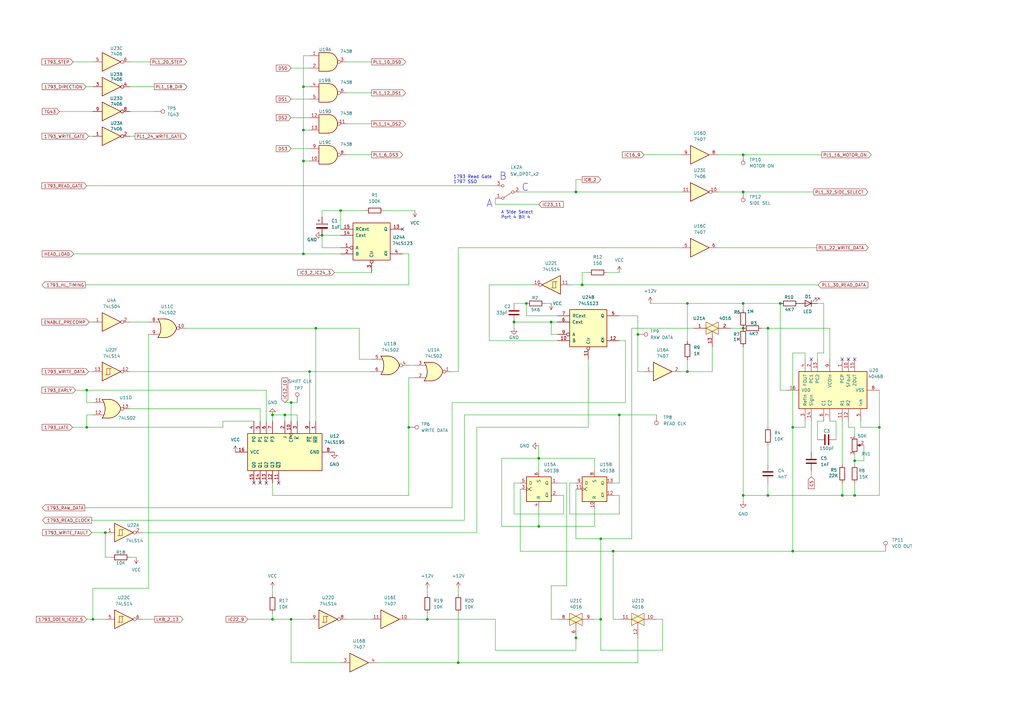
<source format=kicad_sch>
(kicad_sch (version 20211123) (generator eeschema)
  (paper "A3")
  (title_block (title "80 Bus FDC Controller") (date "2023-04-03") (rev "1.3.0"))
  (junction (at 167.64 175.26))
  (junction (at 246.38 220.98))
  (junction (at 325.12 226.06))
  (junction (at 350.52 188.976))
  (junction (at 236.22 261.62))
  (junction (at 304.8 63.5))
  (junction (at 304.8 124.46))
  (junction (at 119.38 165.1))
  (junction (at 325.12 175.26))
  (junction (at 139.7 86.36))
  (junction (at 220.98 187.96))
  (junction (at 124.46 66.04))
  (junction (at 304.8 134.62))
  (junction (at 38.1 254))
  (junction (at 43.18 218.44))
  (junction (at 35.56 175.26))
  (junction (at 111.76 170.18))
  (junction (at 127 152.4))
  (junction (at 350.52 203.2))
  (junction (at 246.38 254))
  (junction (at 124.46 35.56))
  (junction (at 360.68 175.26))
  (junction (at 116.84 170.18))
  (junction (at 210.82 132.08))
  (junction (at 124.46 104.14))
  (junction (at 187.96 271.78))
  (junction (at 304.8 203.2))
  (junction (at 251.46 226.06))
  (junction (at 119.38 254))
  (junction (at 175.26 254))
  (junction (at 220.98 215.9))
  (junction (at 129.54 134.62))
  (junction (at 314.96 134.62))
  (junction (at 238.76 116.84))
  (junction (at 35.56 160.02))
  (junction (at 304.8 78.74))
  (junction (at 132.08 96.52))
  (junction (at 314.96 203.2))
  (junction (at 236.22 78.74))
  (junction (at 254 170.18))
  (junction (at 345.44 203.2))
  (junction (at 111.76 254))
  (junction (at 261.62 137.16))
  (junction (at 320.04 124.46))
  (junction (at 215.9 124.46))
  (junction (at 281.94 152.4))
  (junction (at 226.06 132.08))
  (junction (at 281.94 124.46))
  (junction (at 124.46 53.34))
  (no_connect (at 165.1 93.98))
  (no_connect (at 332.74 147.32))
  (no_connect (at 350.52 147.32))
  (no_connect (at 347.98 147.32))
  (no_connect (at 345.44 147.32))
  (no_connect (at 114.3 198.12))
  (no_connect (at 104.14 198.12))
  (no_connect (at 106.68 198.12))
  (no_connect (at 109.22 198.12))
  (wire (pts (xy 53.34 45.72) (xy 63.5 45.72)))
  (wire (pts (xy 132.08 96.52) (xy 139.7 96.52)))
  (wire (pts (xy 124.46 35.56) (xy 127 35.56)))
  (wire (pts (xy 304.8 63.5) (xy 337.058 63.5)))
  (wire (pts (xy 213.36 226.06) (xy 251.46 226.06)))
  (wire (pts (xy 350.52 175.26) (xy 350.52 178.816)))
  (wire (pts (xy 254 203.2) (xy 251.46 203.2)))
  (wire (pts (xy 29.718 175.26) (xy 35.56 175.26)))
  (wire (pts (xy 111.76 241.3) (xy 111.76 243.84)))
  (wire (pts (xy 246.38 254) (xy 246.38 266.7)))
  (wire (pts (xy 165.1 104.14) (xy 167.64 104.14)))
  (wire (pts (xy 175.26 254) (xy 167.64 254)))
  (wire (pts (xy 238.76 116.84) (xy 335.534 116.84)))
  (wire (pts (xy 304.8 203.2) (xy 314.96 203.2)))
  (wire (pts (xy 187.96 241.3) (xy 187.96 243.84)))
  (wire (pts (xy 238.76 111.76) (xy 238.76 116.84)))
  (wire (pts (xy 210.82 132.08) (xy 210.82 134.62)))
  (wire (pts (xy 281.94 124.46) (xy 281.94 139.954)))
  (wire (pts (xy 350.52 188.976) (xy 354.33 188.976)))
  (wire (pts (xy 215.9 129.54) (xy 228.6 129.54)))
  (wire (pts (xy 187.96 251.46) (xy 187.96 271.78)))
  (wire (pts (xy 132.08 86.36) (xy 139.7 86.36)))
  (wire (pts (xy 35.56 170.18) (xy 38.1 170.18)))
  (wire (pts (xy 350.52 186.436) (xy 350.52 188.976)))
  (wire (pts (xy 284.48 134.62) (xy 259.08 134.62)))
  (wire (pts (xy 35.052 116.84) (xy 167.64 116.84)))
  (wire (pts (xy 119.38 48.26) (xy 127 48.26)))
  (wire (pts (xy 228.6 137.16) (xy 226.06 137.16)))
  (wire (pts (xy 304.8 142.24) (xy 304.8 203.2)))
  (wire (pts (xy 142.24 50.8) (xy 152.4 50.8)))
  (wire (pts (xy 137.16 111.76) (xy 152.4 111.76)))
  (wire (pts (xy 139.7 86.36) (xy 149.86 86.36)))
  (wire (pts (xy 360.68 203.2) (xy 360.68 175.26)))
  (wire (pts (xy 76.2 134.62) (xy 129.54 134.62)))
  (wire (pts (xy 279.4 152.4) (xy 281.94 152.4)))
  (wire (pts (xy 43.18 228.6) (xy 43.18 218.44)))
  (wire (pts (xy 210.82 124.46) (xy 215.9 124.46)))
  (wire (pts (xy 35.56 160.02) (xy 109.22 160.02)))
  (wire (pts (xy 35.56 165.1) (xy 35.56 160.02)))
  (wire (pts (xy 360.68 160.02) (xy 360.68 175.26)))
  (wire (pts (xy 314.96 182.626) (xy 314.96 190.5)))
  (wire (pts (xy 139.7 86.36) (xy 139.7 93.98)))
  (wire (pts (xy 205.74 215.9) (xy 220.98 215.9)))
  (wire (pts (xy 320.04 160.02) (xy 320.04 124.46)))
  (wire (pts (xy 345.44 203.2) (xy 350.52 203.2)))
  (wire (pts (xy 34.798 208.28) (xy 185.42 208.28)))
  (wire (pts (xy 124.46 66.04) (xy 127 66.04)))
  (wire (pts (xy 154.94 271.78) (xy 187.96 271.78)))
  (wire (pts (xy 254 254) (xy 251.46 254)))
  (wire (pts (xy 254 198.12) (xy 254 170.18)))
  (wire (pts (xy 304.8 78.74) (xy 333.756 78.74)))
  (wire (pts (xy 347.98 175.26) (xy 347.98 172.72)))
  (wire (pts (xy 251.46 226.06) (xy 325.12 226.06)))
  (wire (pts (xy 124.46 53.34) (xy 127 53.34)))
  (wire (pts (xy 175.26 251.46) (xy 175.26 254)))
  (wire (pts (xy 111.76 203.2) (xy 167.64 203.2)))
  (wire (pts (xy 354.33 188.976) (xy 354.33 182.626)))
  (wire (pts (xy 243.84 187.96) (xy 220.98 187.96)))
  (wire (pts (xy 231.14 203.2) (xy 228.6 203.2)))
  (wire (pts (xy 213.36 200.66) (xy 213.36 226.06)))
  (wire (pts (xy 35.56 76.2) (xy 203.2 76.2)))
  (wire (pts (xy 271.78 254) (xy 269.24 254)))
  (wire (pts (xy 228.6 198.12) (xy 232.41 198.12)))
  (wire (pts (xy 232.41 198.12) (xy 232.41 240.284)))
  (wire (pts (xy 236.22 266.7) (xy 203.2 266.7)))
  (wire (pts (xy 314.96 203.2) (xy 345.44 203.2)))
  (wire (pts (xy 345.44 198.12) (xy 345.44 203.2)))
  (wire (pts (xy 91.44 172.72) (xy 104.14 172.72)))
  (wire (pts (xy 238.76 73.66) (xy 236.22 73.66)))
  (wire (pts (xy 281.94 147.574) (xy 281.94 152.4)))
  (wire (pts (xy 58.42 254) (xy 63.5 254)))
  (wire (pts (xy 294.64 78.74) (xy 304.8 78.74)))
  (wire (pts (xy 312.42 134.62) (xy 314.96 134.62)))
  (wire (pts (xy 53.34 132.08) (xy 60.96 132.08)))
  (wire (pts (xy 119.38 165.1) (xy 119.38 172.72)))
  (wire (pts (xy 220.98 215.9) (xy 243.84 215.9)))
  (wire (pts (xy 299.72 134.62) (xy 304.8 134.62)))
  (wire (pts (xy 53.34 55.88) (xy 55.372 55.88)))
  (wire (pts (xy 332.74 172.72) (xy 332.74 185.42)))
  (wire (pts (xy 332.74 193.04) (xy 332.74 195.58)))
  (wire (pts (xy 261.62 271.78) (xy 261.62 261.62)))
  (wire (pts (xy 236.22 200.66) (xy 236.22 220.98)))
  (wire (pts (xy 279.4 101.6) (xy 187.96 101.6)))
  (wire (pts (xy 248.92 111.76) (xy 254 111.76)))
  (wire (pts (xy 142.24 38.1) (xy 152.4 38.1)))
  (wire (pts (xy 61.722 25.4) (xy 53.34 25.4)))
  (wire (pts (xy 157.48 86.36) (xy 170.18 86.36)))
  (wire (pts (xy 187.96 101.6) (xy 187.96 152.4)))
  (wire (pts (xy 111.76 254) (xy 119.38 254)))
  (wire (pts (xy 360.68 175.26) (xy 353.06 175.26)))
  (wire (pts (xy 236.22 198.12) (xy 233.68 198.12)))
  (wire (pts (xy 35.56 160.02) (xy 30.988 160.02)))
  (wire (pts (xy 127 22.86) (xy 124.46 22.86)))
  (wire (pts (xy 200.66 116.84) (xy 218.44 116.84)))
  (wire (pts (xy 345.44 172.72) (xy 345.44 190.5)))
  (wire (pts (xy 139.7 101.6) (xy 132.08 101.6)))
  (wire (pts (xy 142.24 63.5) (xy 152.4 63.5)))
  (wire (pts (xy 119.38 40.64) (xy 127 40.64)))
  (wire (pts (xy 314.96 134.62) (xy 314.96 175.006)))
  (wire (pts (xy 132.08 88.9) (xy 132.08 86.36)))
  (wire (pts (xy 304.8 124.46) (xy 304.8 127)))
  (wire (pts (xy 340.36 172.72) (xy 342.9 172.72)))
  (wire (pts (xy 203.2 81.28) (xy 203.2 83.82)))
  (wire (pts (xy 213.36 78.74) (xy 236.22 78.74)))
  (wire (pts (xy 124.46 53.34) (xy 124.46 66.04)))
  (wire (pts (xy 223.52 124.46) (xy 226.06 124.46)))
  (wire (pts (xy 116.84 170.18) (xy 111.76 170.18)))
  (wire (pts (xy 203.2 254) (xy 175.26 254)))
  (wire (pts (xy 251.46 198.12) (xy 254 198.12)))
  (wire (pts (xy 236.22 73.66) (xy 236.22 78.74)))
  (wire (pts (xy 111.76 198.12) (xy 111.76 203.2)))
  (wire (pts (xy 330.2 147.32) (xy 330.2 144.78)))
  (wire (pts (xy 337.82 172.72) (xy 335.28 172.72)))
  (wire (pts (xy 236.22 78.74) (xy 279.4 78.74)))
  (wire (pts (xy 147.32 147.32) (xy 152.4 147.32)))
  (wire (pts (xy 335.28 172.72) (xy 335.28 180.34)))
  (wire (pts (xy 340.36 134.62) (xy 340.36 147.32)))
  (wire (pts (xy 91.44 175.26) (xy 91.44 172.72)))
  (wire (pts (xy 58.42 218.44) (xy 195.58 218.44)))
  (wire (pts (xy 261.62 152.4) (xy 264.16 152.4)))
  (wire (pts (xy 63.246 35.56) (xy 53.34 35.56)))
  (wire (pts (xy 119.38 165.1) (xy 121.92 165.1)))
  (wire (pts (xy 256.54 139.7) (xy 256.54 165.1)))
  (wire (pts (xy 246.38 220.98) (xy 259.08 220.98)))
  (wire (pts (xy 243.84 193.04) (xy 243.84 187.96)))
  (wire (pts (xy 119.38 254) (xy 127 254)))
  (wire (pts (xy 251.46 226.06) (xy 251.46 254)))
  (wire (pts (xy 111.76 251.46) (xy 111.76 254)))
  (wire (pts (xy 220.98 187.96) (xy 205.74 187.96)))
  (wire (pts (xy 195.58 175.26) (xy 241.3 175.26)))
  (wire (pts (xy 350.52 198.12) (xy 350.52 203.2)))
  (wire (pts (xy 210.82 210.82) (xy 231.14 210.82)))
  (wire (pts (xy 36.322 55.88) (xy 38.1 55.88)))
  (wire (pts (xy 200.66 139.7) (xy 200.66 116.84)))
  (wire (pts (xy 129.54 134.62) (xy 147.32 134.62)))
  (wire (pts (xy 200.66 139.7) (xy 228.6 139.7)))
  (wire (pts (xy 243.84 254) (xy 246.38 254)))
  (wire (pts (xy 60.96 137.16) (xy 60.96 241.3)))
  (wire (pts (xy 37.592 218.44) (xy 43.18 218.44)))
  (wire (pts (xy 281.94 124.46) (xy 266.7 124.46)))
  (wire (pts (xy 337.82 144.78) (xy 335.28 144.78)))
  (wire (pts (xy 241.3 175.26) (xy 241.3 147.32)))
  (wire (pts (xy 101.6 254) (xy 111.76 254)))
  (wire (pts (xy 261.62 129.54) (xy 261.62 137.16)))
  (wire (pts (xy 121.92 172.72) (xy 121.92 170.18)))
  (wire (pts (xy 185.42 165.1) (xy 185.42 208.28)))
  (wire (pts (xy 37.592 213.36) (xy 190.5 213.36)))
  (wire (pts (xy 24.384 45.72) (xy 38.1 45.72)))
  (wire (pts (xy 30.226 104.14) (xy 124.46 104.14)))
  (wire (pts (xy 132.08 101.6) (xy 132.08 96.52)))
  (wire (pts (xy 294.64 63.5) (xy 304.8 63.5)))
  (wire (pts (xy 142.24 25.4) (xy 152.4 25.4)))
  (wire (pts (xy 232.41 240.284) (xy 226.06 240.284)))
  (wire (pts (xy 233.68 116.84) (xy 238.76 116.84)))
  (wire (pts (xy 121.92 170.18) (xy 116.84 170.18)))
  (wire (pts (xy 139.7 271.78) (xy 119.38 271.78)))
  (wire (pts (xy 210.82 198.12) (xy 210.82 210.82)))
  (wire (pts (xy 190.5 170.18) (xy 254 170.18)))
  (wire (pts (xy 220.98 182.88) (xy 220.98 187.96)))
  (wire (pts (xy 236.22 220.98) (xy 246.38 220.98)))
  (wire (pts (xy 233.68 198.12) (xy 233.68 210.82)))
  (wire (pts (xy 271.78 266.7) (xy 271.78 254)))
  (wire (pts (xy 35.306 35.56) (xy 38.1 35.56)))
  (wire (pts (xy 35.56 175.26) (xy 35.56 170.18)))
  (wire (pts (xy 320.04 124.46) (xy 304.8 124.46)))
  (wire (pts (xy 185.42 152.4) (xy 187.96 152.4)))
  (wire (pts (xy 254 139.7) (xy 256.54 139.7)))
  (wire (pts (xy 325.12 175.26) (xy 325.12 226.06)))
  (wire (pts (xy 226.06 132.08) (xy 228.6 132.08)))
  (wire (pts (xy 167.64 203.2) (xy 167.64 175.26)))
  (wire (pts (xy 106.68 167.64) (xy 53.34 167.64)))
  (wire (pts (xy 335.28 144.78) (xy 335.28 147.32)))
  (wire (pts (xy 236.22 261.62) (xy 236.22 266.7)))
  (wire (pts (xy 226.06 137.16) (xy 226.06 132.08)))
  (wire (pts (xy 195.58 218.44) (xy 195.58 175.26)))
  (wire (pts (xy 116.84 165.1) (xy 119.38 165.1)))
  (wire (pts (xy 330.2 172.72) (xy 330.2 175.26)))
  (wire (pts (xy 254 170.18) (xy 269.24 170.18)))
  (wire (pts (xy 38.1 241.3) (xy 38.1 254)))
  (wire (pts (xy 53.34 152.4) (xy 127 152.4)))
  (wire (pts (xy 175.26 241.3) (xy 175.26 243.84)))
  (wire (pts (xy 210.82 132.08) (xy 226.06 132.08)))
  (wire (pts (xy 322.58 160.02) (xy 320.04 160.02)))
  (wire (pts (xy 127 152.4) (xy 152.4 152.4)))
  (wire (pts (xy 226.06 254) (xy 228.6 254)))
  (wire (pts (xy 281.94 152.4) (xy 292.1 152.4)))
  (wire (pts (xy 119.38 60.96) (xy 127 60.96)))
  (wire (pts (xy 116.84 172.72) (xy 116.84 170.18)))
  (wire (pts (xy 335.28 124.46) (xy 337.82 124.46)))
  (wire (pts (xy 259.08 134.62) (xy 259.08 220.98)))
  (wire (pts (xy 220.98 208.28) (xy 220.98 215.9)))
  (wire (pts (xy 35.56 175.26) (xy 91.44 175.26)))
  (wire (pts (xy 119.38 27.94) (xy 127 27.94)))
  (wire (pts (xy 190.5 170.18) (xy 190.5 213.36)))
  (wire (pts (xy 205.74 187.96) (xy 205.74 215.9)))
  (wire (pts (xy 35.56 254) (xy 38.1 254)))
  (wire (pts (xy 254 129.54) (xy 261.62 129.54)))
  (wire (pts (xy 127 152.4) (xy 127 172.72)))
  (wire (pts (xy 246.38 266.7) (xy 271.78 266.7)))
  (wire (pts (xy 314.96 198.12) (xy 314.96 203.2)))
  (wire (pts (xy 314.96 134.62) (xy 340.36 134.62)))
  (wire (pts (xy 325.12 144.78) (xy 325.12 175.26)))
  (wire (pts (xy 36.322 152.4) (xy 38.1 152.4)))
  (wire (pts (xy 124.46 104.14) (xy 139.7 104.14)))
  (wire (pts (xy 342.9 172.72) (xy 342.9 180.34)))
  (wire (pts (xy 109.22 160.02) (xy 109.22 172.72)))
  (wire (pts (xy 231.14 210.82) (xy 231.14 203.2)))
  (wire (pts (xy 167.64 154.94) (xy 170.18 154.94)))
  (wire (pts (xy 350.52 203.2) (xy 360.68 203.2)))
  (wire (pts (xy 304.8 205.74) (xy 304.8 203.2)))
  (wire (pts (xy 111.76 170.18) (xy 111.76 172.72)))
  (wire (pts (xy 330.2 175.26) (xy 325.12 175.26)))
  (wire (pts (xy 60.96 241.3) (xy 38.1 241.3)))
  (wire (pts (xy 337.82 124.46) (xy 337.82 144.78)))
  (wire (pts (xy 167.64 149.86) (xy 170.18 149.86)))
  (wire (pts (xy 233.68 210.82) (xy 254 210.82)))
  (wire (pts (xy 353.06 175.26) (xy 353.06 172.72)))
  (wire (pts (xy 325.12 226.06) (xy 363.22 226.06)))
  (wire (pts (xy 350.52 190.5) (xy 350.52 188.976)))
  (wire (pts (xy 236.22 261.112) (xy 236.22 261.62)))
  (wire (pts (xy 187.96 271.78) (xy 261.62 271.78)))
  (wire (pts (xy 129.54 134.62) (xy 129.54 172.72)))
  (wire (pts (xy 330.2 144.78) (xy 325.12 144.78)))
  (wire (pts (xy 106.68 172.72) (xy 106.68 167.64)))
  (wire (pts (xy 350.52 175.26) (xy 347.98 175.26)))
  (wire (pts (xy 203.2 83.82) (xy 220.98 83.82)))
  (wire (pts (xy 45.72 228.6) (xy 43.18 228.6)))
  (wire (pts (xy 220.98 187.96) (xy 220.98 193.04)))
  (wire (pts (xy 241.3 111.76) (xy 238.76 111.76)))
  (wire (pts (xy 215.9 129.54) (xy 215.9 124.46)))
  (wire (pts (xy 36.576 132.08) (xy 38.1 132.08)))
  (wire (pts (xy 213.36 198.12) (xy 210.82 198.12)))
  (wire (pts (xy 167.64 175.26) (xy 167.64 154.94)))
  (wire (pts (xy 38.1 254) (xy 43.18 254)))
  (wire (pts (xy 264.16 63.5) (xy 279.4 63.5)))
  (wire (pts (xy 304.8 124.46) (xy 281.94 124.46)))
  (wire (pts (xy 261.62 137.16) (xy 261.62 152.4)))
  (wire (pts (xy 124.46 35.56) (xy 124.46 53.34)))
  (wire (pts (xy 167.64 104.14) (xy 167.64 116.84)))
  (wire (pts (xy 147.32 134.62) (xy 147.32 147.32)))
  (wire (pts (xy 119.38 271.78) (xy 119.38 254)))
  (wire (pts (xy 38.1 165.1) (xy 35.56 165.1)))
  (wire (pts (xy 246.38 220.98) (xy 246.38 254)))
  (wire (pts (xy 203.2 266.7) (xy 203.2 254)))
  (wire (pts (xy 294.64 101.6) (xy 335.026 101.6)))
  (wire (pts (xy 243.84 215.9) (xy 243.84 208.28)))
  (wire (pts (xy 124.46 66.04) (xy 124.46 104.14)))
  (wire (pts (xy 292.1 142.24) (xy 292.1 152.4)))
  (wire (pts (xy 142.24 254) (xy 152.4 254)))
  (wire (pts (xy 124.46 22.86) (xy 124.46 35.56)))
  (wire (pts (xy 254 210.82) (xy 254 203.2)))
  (wire (pts (xy 53.34 228.6) (xy 55.88 228.6)))
  (wire (pts (xy 226.06 240.284) (xy 226.06 254)))
  (wire (pts (xy 29.972 25.4) (xy 38.1 25.4)))
  (wire (pts (xy 256.54 165.1) (xy 185.42 165.1)))
  (text "1793 Read Gate\n1797 SSO" (at 185.928 75.438 0) (effects (font (size 1.27 1.27)) (justify left bottom)))
  (text "A Side Select\nPort 4 Bit 4" (at 205.486 89.916 0) (effects (font (size 1.27 1.27)) (justify left bottom)))
  (text "C" (at 213.868 78.74 0) (effects (font (size 3 3)) (justify left bottom)))
  (text "B" (at 204.724 74.168 0) (effects (font (size 3 3)) (justify left bottom)))
  (text "A" (at 199.39 85.344 0) (effects (font (size 3 3)) (justify left bottom)))
  (global_label "PL1_10_DS0" (shape output) (at 152.4 25.4 0) (property "Intersheet References" "${INTERSHEET_REFS}" (effects hide)))
  (global_label "1793_RAW_DATA" (shape output) (at 34.798 208.28 180) (property "Intersheet References" "${INTERSHEET_REFS}" (effects hide)))
  (global_label "DS3" (shape input) (at 119.38 60.96 180) (property "Intersheet References" "${INTERSHEET_REFS}" (effects hide)))
  (global_label "IC23_11" (shape input) (at 220.98 83.82 0) (property "Intersheet References" "${INTERSHEET_REFS}" (effects hide)))
  (global_label "1793_READ_CLOCK" (shape output) (at 37.592 213.36 180) (property "Intersheet References" "${INTERSHEET_REFS}" (effects hide)))
  (global_label "IC12_10" (shape input) (at 116.84 165.1 90) (property "Intersheet References" "${INTERSHEET_REFS}" (effects hide)))
  (global_label "PL1_14_DS2" (shape output) (at 152.4 50.8 0) (property "Intersheet References" "${INTERSHEET_REFS}" (effects hide)))
  (global_label "1793_READ_GATE" (shape input) (at 35.56 76.2 180) (property "Intersheet References" "${INTERSHEET_REFS}" (effects hide)))
  (global_label "IC16_9" (shape input) (at 264.16 63.5 180) (property "Intersheet References" "${INTERSHEET_REFS}" (effects hide)))
  (global_label "PL1_30_READ_DATA" (shape input) (at 335.534 116.84 0) (property "Intersheet References" "${INTERSHEET_REFS}" (effects hide)))
  (global_label "PL1_16_MOTOR_ON" (shape output) (at 337.058 63.5 0) (property "Intersheet References" "${INTERSHEET_REFS}" (effects hide)))
  (global_label "IC3_2_IC24_3" (shape input) (at 137.16 111.76 180) (property "Intersheet References" "${INTERSHEET_REFS}" (effects hide)))
  (global_label "1793_WRITE_DATA" (shape input) (at 36.322 152.4 180) (property "Intersheet References" "${INTERSHEET_REFS}" (effects hide)))
  (global_label "1793_WRITE_FAULT" (shape input) (at 37.592 218.44 180) (property "Intersheet References" "${INTERSHEET_REFS}" (effects hide)))
  (global_label "IC22_9" (shape input) (at 101.6 254 180) (property "Intersheet References" "${INTERSHEET_REFS}" (effects hide)))
  (global_label "PL1_24_WRITE_GATE" (shape output) (at 55.372 55.88 0) (property "Intersheet References" "${INTERSHEET_REFS}" (effects hide)))
  (global_label "1793_DIRECTION" (shape input) (at 35.306 35.56 180) (property "Intersheet References" "${INTERSHEET_REFS}" (effects hide)))
  (global_label "DS1" (shape input) (at 119.38 40.64 180) (property "Intersheet References" "${INTERSHEET_REFS}" (effects hide)))
  (global_label "ENABLE_PRECOMP" (shape input) (at 36.576 132.08 180) (property "Intersheet References" "${INTERSHEET_REFS}" (effects hide)))
  (global_label "PL1_32_SIDE_SELECT" (shape output) (at 333.756 78.74 0) (property "Intersheet References" "${INTERSHEET_REFS}" (effects hide)))
  (global_label "1793_EARLY" (shape input) (at 30.988 160.02 180) (property "Intersheet References" "${INTERSHEET_REFS}" (effects hide)))
  (global_label "TG43" (shape input) (at 24.384 45.72 180) (property "Intersheet References" "${INTERSHEET_REFS}" (effects hide)))
  (global_label "1793_LATE" (shape input) (at 29.718 175.26 180) (property "Intersheet References" "${INTERSHEET_REFS}" (effects hide)))
  (global_label "HEAD_LOAD" (shape input) (at 30.226 104.14 180) (property "Intersheet References" "${INTERSHEET_REFS}" (effects hide)))
  (global_label "1793_DDEN_IC22_5" (shape input) (at 35.56 254 180) (property "Intersheet References" "${INTERSHEET_REFS}" (effects hide)))
  (global_label "PL1_22_WRITE_DATA" (shape output) (at 335.026 101.6 0) (property "Intersheet References" "${INTERSHEET_REFS}" (effects hide)))
  (global_label "PL1_20_STEP" (shape output) (at 61.722 25.4 0) (property "Intersheet References" "${INTERSHEET_REFS}" (effects hide)))
  (global_label "IC8_2" (shape output) (at 238.76 73.66 0) (property "Intersheet References" "${INTERSHEET_REFS}" (effects hide)))
  (global_label "C5" (shape input) (at 332.74 195.58 270) (property "Intersheet References" "${INTERSHEET_REFS}" (effects hide)))
  (global_label "1793_WRITE_GATE" (shape input) (at 36.322 55.88 180) (property "Intersheet References" "${INTERSHEET_REFS}" (effects hide)))
  (global_label "PL1_12_DS1" (shape output) (at 152.4 38.1 0) (property "Intersheet References" "${INTERSHEET_REFS}" (effects hide)))
  (global_label "1793_HL_TIMING" (shape output) (at 35.052 116.84 180) (property "Intersheet References" "${INTERSHEET_REFS}" (effects hide)))
  (global_label "DS0" (shape input) (at 119.38 27.94 180) (property "Intersheet References" "${INTERSHEET_REFS}" (effects hide)))
  (global_label "1793_STEP" (shape input) (at 29.972 25.4 180) (property "Intersheet References" "${INTERSHEET_REFS}" (effects hide)))
  (global_label "PL1_6_DS3" (shape output) (at 152.4 63.5 0) (property "Intersheet References" "${INTERSHEET_REFS}" (effects hide)))
  (global_label "DS2" (shape input) (at 119.38 48.26 180) (property "Intersheet References" "${INTERSHEET_REFS}" (effects hide)))
  (global_label "LKB_2_13" (shape output) (at 63.5 254 0) (property "Intersheet References" "${INTERSHEET_REFS}" (effects hide)))
  (global_label "PL1_18_DIR" (shape output) (at 63.246 35.56 0) (property "Intersheet References" "${INTERSHEET_REFS}" (effects hide)))
  (symbol (lib_id "74xx:74LS14") (at 50.8 254 0) (unit 3)
    (property "Reference" "U22" (at 50.8 245.11 0))
    (property "Value" "74LS14" (at 50.8 247.65 0))
    (property "Footprint" "Package_DIP:DIP-14_W7.62mm_Socket" (effects hide))
    (property "Datasheet" "http://www.ti.com/lit/gpn/sn74LS14" (effects hide))
  )
  (symbol (lib_id "Device:R") (at 111.76 247.65 0) (unit 1)
    (property "Reference" "R17" (at 114.3 246.3799 0) (effects (justify left)))
    (property "Value" "10K" (at 114.3 248.9199 0) (effects (justify left)))
    (property "Footprint" "Resistor_THT:R_Axial_DIN0309_L9.0mm_D3.2mm_P12.70mm_Horizontal" (effects hide))
  )
  (symbol (lib_id "power:GND") (at 220.98 182.88 270) (unit 1)
    (property "Reference" "#PWR0169" (effects hide))
    (property "Value" "GND" (at 217.17 182.8799 90) (effects (justify right)))
  )
  (symbol (lib_id "Connector:TestPoint") (at 304.8 63.5 180) (unit 1)
    (property "Reference" "TP10" (at 307.34 65.5319 0) (effects (justify right)))
    (property "Value" "MOTOR ON" (at 307.34 68.0719 0) (effects (justify right)))
    (property "Footprint" "TestPoint:TestPoint_THTPad_D1.5mm_Drill0.7mm" (effects hide))
  )
  (symbol (lib_id "power:VCC") (at 170.18 86.36 180) (unit 1)
    (property "Reference" "#PWR0159" (effects hide))
    (property "Value" "VCC" (at 170.18 91.44 0))
  )
  (symbol (lib_id "Device:R") (at 281.94 143.764 0) (unit 1)
    (property "Reference" "R9" (at 284.48 142.4939 0) (effects (justify left)))
    (property "Value" "1K" (at 284.48 145.0339 0) (effects (justify left)))
    (property "Footprint" "Resistor_THT:R_Axial_DIN0309_L9.0mm_D3.2mm_P12.70mm_Horizontal" (effects hide))
  )
  (symbol (lib_id "Device:R") (at 304.8 138.43 0) (unit 1)
    (property "Reference" "R7" (at 300.736 137.16 0) (effects (justify left)))
    (property "Value" "1M" (at 300.736 139.192 0) (effects (justify left)))
    (property "Footprint" "Resistor_THT:R_Axial_DIN0309_L9.0mm_D3.2mm_P12.70mm_Horizontal" (effects hide))
  )
  (symbol (lib_id "80bus:7407") (at 160.02 254 0) (unit 5)
    (property "Reference" "U16" (at 160.02 245.11 0))
    (property "Value" "7407" (at 160.02 247.65 0))
    (property "Footprint" "Package_DIP:DIP-14_W7.62mm_Socket" (effects hide))
    (property "Datasheet" "www.ti.com/lit/ds/symlink/sn74ls07.pdf" (effects hide))
  )
  (symbol (lib_id "Device:C") (at 332.74 189.23 0) (unit 1)
    (property "Reference" "C5" (at 336.55 187.9599 0) (effects (justify left)))
    (property "Value" "1nF" (at 336.55 190.4999 0) (effects (justify left)))
    (property "Footprint" "Capacitor_THT:C_Disc_D6.0mm_W4.4mm_P5.00mm" (effects hide))
  )
  (symbol (lib_id "Device:R_Potentiometer") (at 350.52 182.626 0) (unit 1)
    (property "Reference" "RV1" (at 357.124 186.182 0) (effects (justify right)))
    (property "Value" "50K" (at 355.6 178.816 0) (effects (justify right)))
    (property "Footprint" "Potentiometer_THT:Potentiometer_Vishay_43_Horizontal" (effects hide))
  )
  (symbol (lib_id "Device:R") (at 308.61 134.62 90) (unit 1)
    (property "Reference" "R3" (at 309.118 132.588 90))
    (property "Value" "4K7" (at 309.118 136.906 90))
    (property "Footprint" "Resistor_THT:R_Axial_DIN0309_L9.0mm_D3.2mm_P12.70mm_Horizontal" (effects hide))
  )
  (symbol (lib_id "power:GND") (at 304.8 205.74 0) (unit 1)
    (property "Reference" "#PWR0170" (effects hide))
    (property "Value" "GND" (at 304.8 210.82 0))
  )
  (symbol (lib_id "Device:C") (at 339.09 180.34 90) (unit 1)
    (property "Reference" "C3" (at 339.09 176.784 90))
    (property "Value" "150pF" (at 339.09 183.896 90))
    (property "Footprint" "Capacitor_THT:C_Disc_D6.0mm_W4.4mm_P5.00mm" (effects hide))
  )
  (symbol (lib_id "74xx:74LS04") (at 45.72 132.08 0) (unit 1)
    (property "Reference" "U4" (at 45.72 123.19 0))
    (property "Value" "74LS04" (at 45.72 125.73 0))
    (property "Footprint" "Package_DIP:DIP-14_W7.62mm_Socket" (effects hide))
    (property "Datasheet" "http://www.ti.com/lit/gpn/sn74LS04" (effects hide))
  )
  (symbol (lib_id "74xx:74LS14") (at 45.72 152.4 0) (unit 6)
    (property "Reference" "U22" (at 45.72 143.51 0))
    (property "Value" "74LS14" (at 45.72 146.05 0))
    (property "Footprint" "Package_DIP:DIP-14_W7.62mm_Socket" (effects hide))
    (property "Datasheet" "http://www.ti.com/lit/gpn/sn74LS14" (effects hide))
  )
  (symbol (lib_id "Connector:TestPoint") (at 269.24 170.18 180) (unit 1)
    (property "Reference" "TP8" (at 272.034 171.196 0) (effects (justify right)))
    (property "Value" "READ CLK" (at 272.034 173.736 0) (effects (justify right)))
    (property "Footprint" "TestPoint:TestPoint_THTPad_D1.5mm_Drill0.7mm" (effects hide))
  )
  (symbol (lib_id "Device:R") (at 175.26 247.65 0) (unit 1)
    (property "Reference" "R19" (at 177.8 246.3799 0) (effects (justify left)))
    (property "Value" "10K" (at 177.8 248.9199 0) (effects (justify left)))
    (property "Footprint" "Resistor_THT:R_Axial_DIN0309_L9.0mm_D3.2mm_P12.70mm_Horizontal" (effects hide))
  )
  (symbol (lib_id "Connector:TestPoint") (at 121.92 165.1 0) (unit 1)
    (property "Reference" "TP7" (at 120.65 159.258 0) (effects (justify left)))
    (property "Value" "SHIFT CLK" (at 118.11 156.464 0) (effects (justify left)))
    (property "Footprint" "TestPoint:TestPoint_THTPad_D1.5mm_Drill0.7mm" (effects hide))
  )
  (symbol (lib_id "4xxx:4046") (at 340.36 160.02 90) (unit 1)
    (property "Reference" "U20" (at 358.394 151.892 90))
    (property "Value" "4046B" (at 359.156 154.432 90))
    (property "Footprint" "Package_DIP:DIP-16_W7.62mm_Socket" (effects hide))
    (property "Datasheet" "https://assets.nexperia.com/documents/data-sheet/HEF4046B.pdf" (effects hide))
  )
  (symbol (lib_id "power:VCC") (at 96.52 185.42 0) (unit 1)
    (property "Reference" "#PWR0162" (effects hide))
    (property "Value" "VCC" (at 96.52 180.34 0))
  )
  (symbol (lib_id "4xxx:4016") (at 292.1 134.62 0) (mirror x) (unit 1)
    (property "Reference" "U21" (at 286.766 130.556 0))
    (property "Value" "4016" (at 297.434 130.556 0))
    (property "Footprint" "Package_DIP:DIP-14_W7.62mm_Socket" (effects hide))
    (property "Datasheet" "http://www.ti.com/lit/ds/symlink/cd4016b.pdf" (effects hide))
  )
  (symbol (lib_id "Device:R") (at 187.96 247.65 0) (unit 1)
    (property "Reference" "R20" (at 190.5 246.3799 0) (effects (justify left)))
    (property "Value" "10K" (at 190.5 248.9199 0) (effects (justify left)))
    (property "Footprint" "Resistor_THT:R_Axial_DIN0309_L9.0mm_D3.2mm_P12.70mm_Horizontal" (effects hide))
  )
  (symbol (lib_id "80bus:7407") (at 287.02 101.6 0) (unit 3)
    (property "Reference" "U16" (at 287.02 92.71 0))
    (property "Value" "7407" (at 287.02 95.25 0))
    (property "Footprint" "Package_DIP:DIP-14_W7.62mm_Socket" (effects hide))
    (property "Datasheet" "www.ti.com/lit/ds/symlink/sn74ls07.pdf" (effects hide))
  )
  (symbol (lib_id "Connector:TestPoint") (at 363.22 226.06 0) (unit 1)
    (property "Reference" "TP11" (at 365.76 221.4879 0) (effects (justify left)))
    (property "Value" "VCO OUT" (at 365.76 224.0279 0) (effects (justify left)))
    (property "Footprint" "TestPoint:TestPoint_THTPad_D1.5mm_Drill0.7mm" (effects hide))
  )
  (symbol (lib_id "power:GND") (at 210.82 134.62 0) (unit 1)
    (property "Reference" "#PWR0164" (effects hide))
    (property "Value" "GND" (at 210.82 138.43 0))
  )
  (symbol (lib_id "74xx:74LS02") (at 177.8 152.4 0) (mirror x) (unit 1)
    (property "Reference" "U11" (at 177.8 143.51 0))
    (property "Value" "74LS02" (at 177.8 146.05 0))
    (property "Footprint" "Package_DIP:DIP-14_W7.62mm_Socket" (effects hide))
    (property "Datasheet" "http://www.ti.com/lit/gpn/sn74ls02" (effects hide))
  )
  (symbol (lib_id "80bus:7407") (at 271.78 152.4 0) (unit 1)
    (property "Reference" "U16" (at 271.78 143.51 0))
    (property "Value" "7407" (at 271.78 146.05 0))
    (property "Footprint" "Package_DIP:DIP-14_W7.62mm_Socket" (effects hide))
    (property "Datasheet" "www.ti.com/lit/ds/symlink/sn74ls07.pdf" (effects hide))
  )
  (symbol (lib_id "80bus:7406") (at 45.72 25.4 0) (unit 3)
    (property "Reference" "U23" (at 47.752 19.812 0))
    (property "Value" "7406" (at 47.752 22.098 0))
    (property "Footprint" "Package_DIP:DIP-14_W7.62mm_Socket" (effects hide))
    (property "Datasheet" "http://www.ti.com/lit/gpn/sn74LS06" (effects hide))
  )
  (symbol (lib_id "power:GND") (at 111.76 170.18 180) (unit 1)
    (property "Reference" "#PWR0163" (effects hide))
    (property "Value" "GND" (at 111.76 165.1 0))
  )
  (symbol (lib_id "Device:R") (at 350.52 194.31 0) (unit 1)
    (property "Reference" "R8" (at 352.044 193.04 0) (effects (justify left)))
    (property "Value" "15K" (at 352.298 195.58 0) (effects (justify left)))
    (property "Footprint" "Resistor_THT:R_Axial_DIN0309_L9.0mm_D3.2mm_P12.70mm_Horizontal" (effects hide))
  )
  (symbol (lib_id "80bus:7406") (at 45.72 35.56 0) (unit 2)
    (property "Reference" "U23" (at 47.752 30.48 0))
    (property "Value" "7406" (at 47.752 32.512 0))
    (property "Footprint" "Package_DIP:DIP-14_W7.62mm_Socket" (effects hide))
    (property "Datasheet" "http://www.ti.com/lit/gpn/sn74LS06" (effects hide))
  )
  (symbol (lib_id "power:VCC") (at 55.88 228.6 180) (unit 1)
    (property "Reference" "#PWR0167" (effects hide))
    (property "Value" "VCC" (at 55.88 233.68 0))
  )
  (symbol (lib_id "power:+12V") (at 187.96 241.3 0) (unit 1)
    (property "Reference" "#PWR0174" (effects hide))
    (property "Value" "+12V" (at 187.96 236.22 0))
  )
  (symbol (lib_id "Device:R") (at 345.44 194.31 0) (unit 1)
    (property "Reference" "R5" (at 340.614 192.786 0) (effects (justify left)))
    (property "Value" "22K" (at 339.852 195.072 0) (effects (justify left)))
    (property "Footprint" "Resistor_THT:R_Axial_DIN0309_L9.0mm_D3.2mm_P12.70mm_Horizontal" (effects hide))
  )
  (symbol (lib_id "74xx:74LS123") (at 152.4 99.06 0) (unit 1)
    (property "Reference" "U24" (at 163.576 97.282 0))
    (property "Value" "74LS123" (at 165.1 99.822 0))
    (property "Footprint" "Package_DIP:DIP-16_W7.62mm_Socket" (effects hide))
    (property "Datasheet" "http://www.ti.com/lit/gpn/sn74LS123" (effects hide))
  )
  (symbol (lib_id "74xx:74LS195") (at 116.84 185.42 90) (mirror x) (unit 1)
    (property "Reference" "U12" (at 137.16 178.8412 90))
    (property "Value" "74LS195" (at 137.16 181.3812 90))
    (property "Footprint" "Package_DIP:DIP-16_W7.62mm_Socket" (effects hide))
    (property "Datasheet" "http://www.ti.com/lit/gpn/sn74LS195" (effects hide))
  )
  (symbol (lib_id "Device:C_Polarized") (at 132.08 92.71 0) (unit 1)
    (property "Reference" "C1" (at 135.89 90.5509 0) (effects (justify left)))
    (property "Value" "1uF" (at 135.89 93.0909 0) (effects (justify left)))
    (property "Footprint" "Capacitor_THT:C_Disc_D6.0mm_W4.4mm_P5.00mm" (effects hide))
  )
  (symbol (lib_id "Connector:TestPoint") (at 63.5 45.72 270) (unit 1)
    (property "Reference" "TP5" (at 68.58 44.4499 90) (effects (justify left)))
    (property "Value" "TG43" (at 68.58 46.9899 90) (effects (justify left)))
    (property "Footprint" "TestPoint:TestPoint_THTPad_D1.5mm_Drill0.7mm" (effects hide))
  )
  (symbol (lib_id "power:VCC") (at 111.76 241.3 0) (unit 1)
    (property "Reference" "#PWR0172" (effects hide))
    (property "Value" "VCC" (at 111.76 236.22 0))
  )
  (symbol (lib_id "74xx:74LS14") (at 134.62 254 0) (unit 4)
    (property "Reference" "U22" (at 134.62 245.11 0))
    (property "Value" "74LS14" (at 134.62 247.65 0))
    (property "Footprint" "Package_DIP:DIP-14_W7.62mm_Socket" (effects hide))
    (property "Datasheet" "http://www.ti.com/lit/gpn/sn74LS14" (effects hide))
  )
  (symbol (lib_id "80bus:7406") (at 287.02 78.74 0) (unit 5)
    (property "Reference" "U23" (at 287.02 69.85 0))
    (property "Value" "7406" (at 287.02 72.39 0))
    (property "Footprint" "Package_DIP:DIP-14_W7.62mm_Socket" (effects hide))
    (property "Datasheet" "http://www.ti.com/lit/gpn/sn74LS06" (effects hide))
  )
  (symbol (lib_id "Device:LED") (at 331.47 124.46 180) (unit 1)
    (property "Reference" "D1" (at 331.47 121.666 0))
    (property "Value" "LED" (at 331.216 127.762 0))
    (property "Footprint" "LED_THT:LED_D3.0mm" (effects hide))
  )
  (symbol (lib_id "4xxx:4016") (at 261.62 254 0) (mirror x) (unit 4)
    (property "Reference" "U21" (at 261.62 246.38 0))
    (property "Value" "4016" (at 261.62 248.92 0))
    (property "Footprint" "Package_DIP:DIP-14_W7.62mm_Socket" (effects hide))
    (property "Datasheet" "http://www.ti.com/lit/ds/symlink/cd4016b.pdf" (effects hide))
  )
  (symbol (lib_id "Connector:TestPoint") (at 261.62 137.16 270) (unit 1)
    (property "Reference" "TP9" (at 266.7 135.8899 90) (effects (justify left)))
    (property "Value" "RAW DATA" (at 266.7 138.4299 90) (effects (justify left)))
    (property "Footprint" "TestPoint:TestPoint_THTPad_D1.5mm_Drill0.7mm" (effects hide))
  )
  (symbol (lib_id "power:GND") (at 132.08 96.52 270) (unit 1)
    (property "Reference" "#PWR0158" (effects hide))
    (property "Value" "GND" (at 130.048 98.298 90) (effects (justify right)))
  )
  (symbol (lib_id "Switch:SW_DPDT_x2") (at 208.28 78.74 180) (unit 1)
    (property "Reference" "LK2" (at 211.836 68.58 0))
    (property "Value" "SW_DPDT_x2" (at 215.138 71.374 0))
    (property "Footprint" "Connector_PinHeader_2.54mm:PinHeader_1x03_P2.54mm_Vertical" (effects hide))
  )
  (symbol (lib_id "80bus:7407") (at 287.02 63.5 0) (unit 4)
    (property "Reference" "U16" (at 287.02 54.61 0))
    (property "Value" "7407" (at 287.02 57.15 0))
    (property "Footprint" "Package_DIP:DIP-14_W7.62mm_Socket" (effects hide))
    (property "Datasheet" "www.ti.com/lit/ds/symlink/sn74ls07.pdf" (effects hide))
  )
  (symbol (lib_id "80bus:7438") (at 134.62 50.8 0) (unit 4)
    (property "Reference" "U19" (at 133.35 45.72 0))
    (property "Value" "7438" (at 141.986 46.482 0))
    (property "Footprint" "Package_DIP:DIP-14_W7.62mm_Socket" (effects hide))
    (property "Datasheet" "http://www.ti.com/lit/gpn/sn74LS38" (effects hide))
  )
  (symbol (lib_id "Device:R") (at 49.53 228.6 90) (unit 1)
    (property "Reference" "R18" (at 49.53 226.568 90))
    (property "Value" "10K" (at 49.53 230.886 90))
    (property "Footprint" "Resistor_THT:R_Axial_DIN0309_L9.0mm_D3.2mm_P12.70mm_Horizontal" (effects hide))
  )
  (symbol (lib_id "power:+12V") (at 175.26 241.3 0) (unit 1)
    (property "Reference" "#PWR0173" (effects hide))
    (property "Value" "+12V" (at 175.26 236.22 0))
  )
  (symbol (lib_id "80bus:7438") (at 134.62 63.5 0) (unit 3)
    (property "Reference" "U19" (at 133.35 58.42 0))
    (property "Value" "7438" (at 141.986 59.182 0))
    (property "Footprint" "Package_DIP:DIP-14_W7.62mm_Socket" (effects hide))
    (property "Datasheet" "http://www.ti.com/lit/gpn/sn74LS38" (effects hide))
  )
  (symbol (lib_id "74xx:74LS02") (at 68.58 134.62 0) (unit 3)
    (property "Reference" "U11" (at 68.58 125.73 0))
    (property "Value" "74LS02" (at 68.58 128.27 0))
    (property "Footprint" "Package_DIP:DIP-14_W7.62mm_Socket" (effects hide))
    (property "Datasheet" "http://www.ti.com/lit/gpn/sn74ls02" (effects hide))
  )
  (symbol (lib_id "Connector:TestPoint") (at 304.8 78.74 180) (unit 1)
    (property "Reference" "TP12" (at 307.34 80.7719 0) (effects (justify right)))
    (property "Value" "SIDE SEL" (at 307.34 83.3119 0) (effects (justify right)))
    (property "Footprint" "TestPoint:TestPoint_THTPad_D1.5mm_Drill0.7mm" (effects hide))
  )
  (symbol (lib_id "80bus:7438") (at 134.62 38.1 0) (unit 2)
    (property "Reference" "U19" (at 133.096 33.02 0))
    (property "Value" "7438" (at 141.986 33.782 0))
    (property "Footprint" "Package_DIP:DIP-14_W7.62mm_Socket" (effects hide))
    (property "Datasheet" "http://www.ti.com/lit/gpn/sn74LS38" (effects hide))
  )
  (symbol (lib_id "74xx:74LS02") (at 45.72 167.64 0) (unit 4)
    (property "Reference" "U11" (at 51.562 163.068 0))
    (property "Value" "74LS02" (at 52.07 171.45 0))
    (property "Footprint" "Package_DIP:DIP-14_W7.62mm_Socket" (effects hide))
    (property "Datasheet" "http://www.ti.com/lit/gpn/sn74ls02" (effects hide))
  )
  (symbol (lib_id "4xxx:4013") (at 243.84 200.66 0) (unit 2)
    (property "Reference" "U15" (at 245.8594 190.5 0) (effects (justify left)))
    (property "Value" "4013B" (at 245.8594 193.04 0) (effects (justify left)))
    (property "Footprint" "Package_DIP:DIP-14_W7.62mm_Socket" (effects hide))
    (property "Datasheet" "http://www.onsemi.com/pub/Collateral/MC14013B-D.PDF" (effects hide))
  )
  (symbol (lib_id "Device:R") (at 314.96 178.816 0) (unit 1)
    (property "Reference" "R4" (at 317.5 177.5459 0) (effects (justify left)))
    (property "Value" "10K" (at 317.5 180.0859 0) (effects (justify left)))
    (property "Footprint" "Resistor_THT:R_Axial_DIN0309_L9.0mm_D3.2mm_P12.70mm_Horizontal" (effects hide))
  )
  (symbol (lib_id "4xxx:4013") (at 220.98 200.66 0) (unit 1)
    (property "Reference" "U15" (at 222.9994 190.5 0) (effects (justify left)))
    (property "Value" "4013B" (at 222.9994 193.04 0) (effects (justify left)))
    (property "Footprint" "Package_DIP:DIP-14_W7.62mm_Socket" (effects hide))
    (property "Datasheet" "http://www.onsemi.com/pub/Collateral/MC14013B-D.PDF" (effects hide))
  )
  (symbol (lib_id "power:VCC") (at 226.06 124.46 180) (unit 1)
    (property "Reference" "#PWR0165" (effects hide))
    (property "Value" "VCC" (at 228.6 124.46 0))
  )
  (symbol (lib_id "74xx:74LS14") (at 50.8 218.44 0) (unit 1)
    (property "Reference" "U22" (at 54.61 215.392 0))
    (property "Value" "74LS14" (at 55.118 221.742 0))
    (property "Footprint" "Package_DIP:DIP-14_W7.62mm_Socket" (effects hide))
    (property "Datasheet" "http://www.ti.com/lit/gpn/sn74LS14" (effects hide))
  )
  (symbol (lib_id "Device:R") (at 304.8 130.81 0) (unit 1)
    (property "Reference" "R6" (at 300.99 128.016 0) (effects (justify left)))
    (property "Value" "1M" (at 306.324 127.762 0) (effects (justify left)))
    (property "Footprint" "Resistor_THT:R_Axial_DIN0309_L9.0mm_D3.2mm_P12.70mm_Horizontal" (effects hide))
  )
  (symbol (lib_id "Device:R") (at 153.67 86.36 90) (unit 1)
    (property "Reference" "R1" (at 153.67 80.01 90))
    (property "Value" "100K" (at 153.67 82.55 90))
    (property "Footprint" "Resistor_THT:R_Axial_DIN0309_L9.0mm_D3.2mm_P12.70mm_Horizontal" (effects hide))
  )
  (symbol (lib_id "74xx:74LS02") (at 160.02 149.86 0) (unit 2)
    (property "Reference" "U11" (at 160.02 140.97 0))
    (property "Value" "74LS02" (at 160.02 143.51 0))
    (property "Footprint" "Package_DIP:DIP-14_W7.62mm_Socket" (effects hide))
    (property "Datasheet" "http://www.ti.com/lit/gpn/sn74ls02" (effects hide))
  )
  (symbol (lib_id "Device:R") (at 245.11 111.76 90) (unit 1)
    (property "Reference" "R12" (at 245.11 105.41 90))
    (property "Value" "150" (at 245.11 107.95 90))
    (property "Footprint" "Resistor_THT:R_Axial_DIN0309_L9.0mm_D3.2mm_P12.70mm_Horizontal" (effects hide))
  )
  (symbol (lib_id "74xx:74LS14") (at 226.06 116.84 180) (unit 5)
    (property "Reference" "U22" (at 226.06 107.95 0))
    (property "Value" "74LS14" (at 226.06 110.49 0))
    (property "Footprint" "Package_DIP:DIP-14_W7.62mm_Socket" (effects hide))
    (property "Datasheet" "http://www.ti.com/lit/gpn/sn74LS14" (effects hide))
  )
  (symbol (lib_id "80bus:7438") (at 134.62 25.4 0) (unit 1)
    (property "Reference" "U19" (at 133.35 20.32 0))
    (property "Value" "7438" (at 141.986 21.082 0))
    (property "Footprint" "Package_DIP:DIP-14_W7.62mm_Socket" (effects hide))
    (property "Datasheet" "http://www.ti.com/lit/gpn/sn74LS38" (effects hide))
  )
  (symbol (lib_id "power:+12V") (at 266.7 124.46 0) (unit 1)
    (property "Reference" "#PWR0168" (effects hide))
    (property "Value" "+12V" (at 266.7 119.38 0))
  )
  (symbol (lib_id "80bus:7406") (at 45.72 55.88 0) (unit 1)
    (property "Reference" "U23" (at 47.752 50.546 0))
    (property "Value" "7406" (at 47.752 52.832 0))
    (property "Footprint" "Package_DIP:DIP-14_W7.62mm_Socket" (effects hide))
    (property "Datasheet" "http://www.ti.com/lit/gpn/sn74LS06" (effects hide))
  )
  (symbol (lib_id "power:GND") (at 137.16 185.42 0) (unit 1)
    (property "Reference" "#PWR0161" (effects hide))
    (property "Value" "GND" (at 137.16 190.5 0))
  )
  (symbol (lib_id "80bus:7407") (at 147.32 271.78 0) (unit 2)
    (property "Reference" "U16" (at 147.32 262.89 0))
    (property "Value" "7407" (at 147.32 265.43 0))
    (property "Footprint" "Package_DIP:DIP-14_W7.62mm_Socket" (effects hide))
    (property "Datasheet" "www.ti.com/lit/ds/symlink/sn74ls07.pdf" (effects hide))
  )
  (symbol (lib_id "Device:C") (at 210.82 128.27 0) (unit 1)
    (property "Reference" "C2" (at 206.756 125.73 0) (effects (justify left)))
    (property "Value" "33pF" (at 203.454 128.27 0) (effects (justify left)))
    (property "Footprint" "Capacitor_THT:C_Disc_D6.0mm_W4.4mm_P5.00mm" (effects hide))
  )
  (symbol (lib_id "74xx:74LS123") (at 241.3 134.62 0) (unit 2)
    (property "Reference" "U24" (at 241.3 121.92 0))
    (property "Value" "74LS123" (at 241.3 124.46 0))
    (property "Footprint" "Package_DIP:DIP-16_W7.62mm_Socket" (effects hide))
    (property "Datasheet" "http://www.ti.com/lit/gpn/sn74LS123" (effects hide))
  )
  (symbol (lib_id "Device:R") (at 323.85 124.46 90) (unit 1)
    (property "Reference" "R10" (at 323.596 121.92 90))
    (property "Value" "4K7" (at 323.85 127 90))
    (property "Footprint" "Resistor_THT:R_Axial_DIN0309_L9.0mm_D3.2mm_P12.70mm_Horizontal" (effects hide))
  )
  (symbol (lib_id "4xxx:4016") (at 236.22 254 0) (mirror x) (unit 3)
    (property "Reference" "U21" (at 236.22 246.38 0))
    (property "Value" "4016" (at 236.22 248.92 0))
    (property "Footprint" "Package_DIP:DIP-14_W7.62mm_Socket" (effects hide))
    (property "Datasheet" "http://www.ti.com/lit/ds/symlink/cd4016b.pdf" (effects hide))
  )
  (symbol (lib_id "Device:C") (at 314.96 194.31 0) (unit 1)
    (property "Reference" "C4" (at 319.024 193.0399 0) (effects (justify left)))
    (property "Value" "4n7" (at 319.024 195.5799 0) (effects (justify left)))
    (property "Footprint" "Capacitor_THT:C_Axial_L12.0mm_D6.5mm_P15.00mm_Horizontal" (effects hide))
  )
  (symbol (lib_id "80bus:7406") (at 45.72 45.72 0) (unit 4)
    (property "Reference" "U23" (at 47.752 40.386 0))
    (property "Value" "7406" (at 47.752 42.672 0))
    (property "Footprint" "Package_DIP:DIP-14_W7.62mm_Socket" (effects hide))
    (property "Datasheet" "http://www.ti.com/lit/gpn/sn74LS06" (effects hide))
  )
  (symbol (lib_id "Connector:TestPoint") (at 167.64 175.26 270) (unit 1)
    (property "Reference" "TP6" (at 172.72 173.9899 90) (effects (justify left)))
    (property "Value" "WRITE DATA" (at 172.72 176.5299 90) (effects (justify left)))
    (property "Footprint" "TestPoint:TestPoint_THTPad_D1.5mm_Drill0.7mm" (effects hide))
  )
  (symbol (lib_id "power:VCC") (at 254 111.76 0) (unit 1)
    (property "Reference" "#PWR0166" (effects hide))
    (property "Value" "VCC" (at 254 106.68 0))
  )
  (symbol (lib_id "Device:R") (at 219.71 124.46 90) (unit 1)
    (property "Reference" "R2" (at 219.456 122.174 90))
    (property "Value" "5K6" (at 219.71 127 90))
    (property "Footprint" "Resistor_THT:R_Axial_DIN0309_L9.0mm_D3.2mm_P12.70mm_Horizontal" (effects hide))
  )
)
</source>
